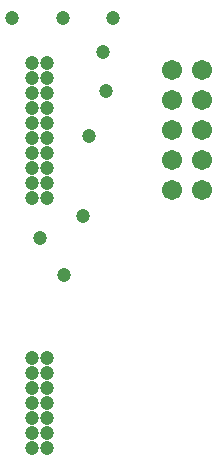
<source format=gts>
G04*
G04 #@! TF.GenerationSoftware,Altium Limited,Altium Designer,23.0.1 (38)*
G04*
G04 Layer_Color=8388736*
%FSLAX43Y43*%
%MOMM*%
G71*
G04*
G04 #@! TF.SameCoordinates,F4D5CC03-99AA-4306-8ABA-C9368C199380*
G04*
G04*
G04 #@! TF.FilePolarity,Negative*
G04*
G01*
G75*
%ADD13C,1.203*%
%ADD14C,1.703*%
D13*
X29942Y33127D02*
D03*
X32000Y30000D02*
D03*
X36144Y51766D02*
D03*
X35560Y45585D02*
D03*
X35314Y48895D02*
D03*
X34171Y41783D02*
D03*
X33633Y35052D02*
D03*
X27635Y51766D02*
D03*
X31889D02*
D03*
X29337Y15406D02*
D03*
X30607D02*
D03*
X29337Y16676D02*
D03*
X30607D02*
D03*
X29337Y17946D02*
D03*
Y19216D02*
D03*
X30607D02*
D03*
X29337Y20486D02*
D03*
X30607D02*
D03*
X29337Y21756D02*
D03*
X30607D02*
D03*
X29337Y23026D02*
D03*
X30607D02*
D03*
Y17946D02*
D03*
Y39116D02*
D03*
Y48006D02*
D03*
X29337D02*
D03*
X30607Y46736D02*
D03*
X29337D02*
D03*
X30607Y45466D02*
D03*
X29337D02*
D03*
X30607Y44196D02*
D03*
X29337D02*
D03*
X30607Y42926D02*
D03*
X29337D02*
D03*
X30607Y41656D02*
D03*
X29337D02*
D03*
X30607Y40386D02*
D03*
X29337D02*
D03*
Y39116D02*
D03*
X30607Y37846D02*
D03*
X29337D02*
D03*
X30607Y36576D02*
D03*
X29337D02*
D03*
D14*
X43682Y37211D02*
D03*
X41142D02*
D03*
X43682Y39751D02*
D03*
X41142D02*
D03*
X43682Y42291D02*
D03*
X41142D02*
D03*
X43682Y44831D02*
D03*
X41142D02*
D03*
X43682Y47371D02*
D03*
X41142D02*
D03*
M02*

</source>
